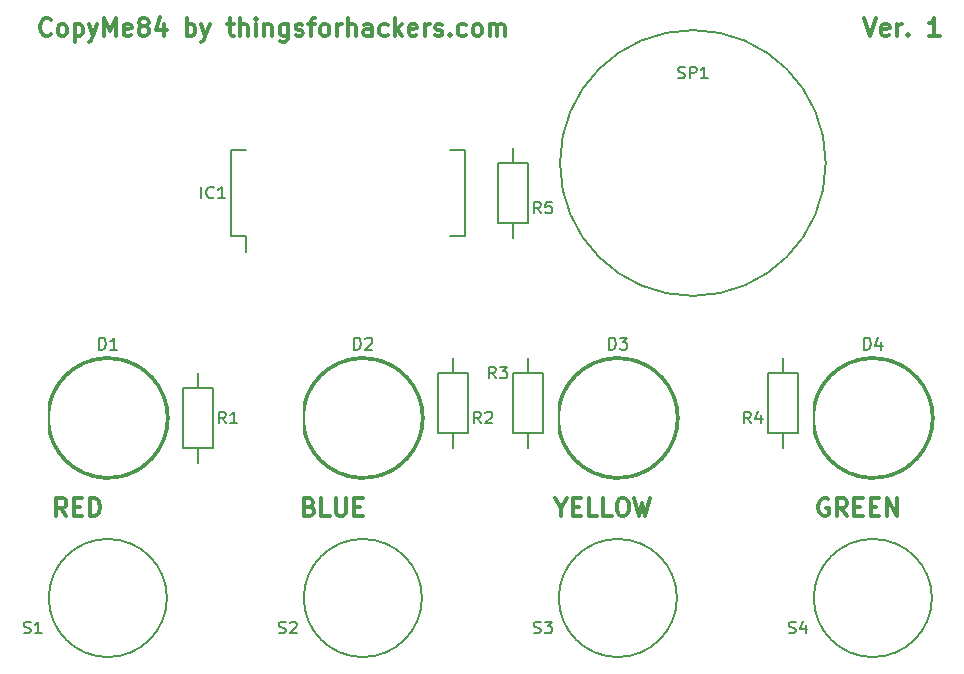
<source format=gbr>
G04 #@! TF.FileFunction,Legend,Top*
%FSLAX46Y46*%
G04 Gerber Fmt 4.6, Leading zero omitted, Abs format (unit mm)*
G04 Created by KiCad (PCBNEW 4.0.2-stable) date 12/05/2016 07:44:13*
%MOMM*%
G01*
G04 APERTURE LIST*
%ADD10C,0.100000*%
%ADD11C,0.300000*%
%ADD12C,0.150000*%
G04 APERTURE END LIST*
D10*
D11*
X174550001Y-77918571D02*
X175050001Y-79418571D01*
X175550001Y-77918571D01*
X176621429Y-79347143D02*
X176478572Y-79418571D01*
X176192858Y-79418571D01*
X176050001Y-79347143D01*
X175978572Y-79204286D01*
X175978572Y-78632857D01*
X176050001Y-78490000D01*
X176192858Y-78418571D01*
X176478572Y-78418571D01*
X176621429Y-78490000D01*
X176692858Y-78632857D01*
X176692858Y-78775714D01*
X175978572Y-78918571D01*
X177335715Y-79418571D02*
X177335715Y-78418571D01*
X177335715Y-78704286D02*
X177407143Y-78561429D01*
X177478572Y-78490000D01*
X177621429Y-78418571D01*
X177764286Y-78418571D01*
X178264286Y-79275714D02*
X178335714Y-79347143D01*
X178264286Y-79418571D01*
X178192857Y-79347143D01*
X178264286Y-79275714D01*
X178264286Y-79418571D01*
X180907143Y-79418571D02*
X180050000Y-79418571D01*
X180478572Y-79418571D02*
X180478572Y-77918571D01*
X180335715Y-78132857D01*
X180192857Y-78275714D01*
X180050000Y-78347143D01*
X171490000Y-118630000D02*
X171347143Y-118558571D01*
X171132857Y-118558571D01*
X170918572Y-118630000D01*
X170775714Y-118772857D01*
X170704286Y-118915714D01*
X170632857Y-119201429D01*
X170632857Y-119415714D01*
X170704286Y-119701429D01*
X170775714Y-119844286D01*
X170918572Y-119987143D01*
X171132857Y-120058571D01*
X171275714Y-120058571D01*
X171490000Y-119987143D01*
X171561429Y-119915714D01*
X171561429Y-119415714D01*
X171275714Y-119415714D01*
X173061429Y-120058571D02*
X172561429Y-119344286D01*
X172204286Y-120058571D02*
X172204286Y-118558571D01*
X172775714Y-118558571D01*
X172918572Y-118630000D01*
X172990000Y-118701429D01*
X173061429Y-118844286D01*
X173061429Y-119058571D01*
X172990000Y-119201429D01*
X172918572Y-119272857D01*
X172775714Y-119344286D01*
X172204286Y-119344286D01*
X173704286Y-119272857D02*
X174204286Y-119272857D01*
X174418572Y-120058571D02*
X173704286Y-120058571D01*
X173704286Y-118558571D01*
X174418572Y-118558571D01*
X175061429Y-119272857D02*
X175561429Y-119272857D01*
X175775715Y-120058571D02*
X175061429Y-120058571D01*
X175061429Y-118558571D01*
X175775715Y-118558571D01*
X176418572Y-120058571D02*
X176418572Y-118558571D01*
X177275715Y-120058571D01*
X177275715Y-118558571D01*
X148864285Y-119344286D02*
X148864285Y-120058571D01*
X148364285Y-118558571D02*
X148864285Y-119344286D01*
X149364285Y-118558571D01*
X149864285Y-119272857D02*
X150364285Y-119272857D01*
X150578571Y-120058571D02*
X149864285Y-120058571D01*
X149864285Y-118558571D01*
X150578571Y-118558571D01*
X151935714Y-120058571D02*
X151221428Y-120058571D01*
X151221428Y-118558571D01*
X153150000Y-120058571D02*
X152435714Y-120058571D01*
X152435714Y-118558571D01*
X153935714Y-118558571D02*
X154221428Y-118558571D01*
X154364286Y-118630000D01*
X154507143Y-118772857D01*
X154578571Y-119058571D01*
X154578571Y-119558571D01*
X154507143Y-119844286D01*
X154364286Y-119987143D01*
X154221428Y-120058571D01*
X153935714Y-120058571D01*
X153792857Y-119987143D01*
X153650000Y-119844286D01*
X153578571Y-119558571D01*
X153578571Y-119058571D01*
X153650000Y-118772857D01*
X153792857Y-118630000D01*
X153935714Y-118558571D01*
X155078572Y-118558571D02*
X155435715Y-120058571D01*
X155721429Y-118987143D01*
X156007143Y-120058571D01*
X156364286Y-118558571D01*
X127575714Y-119272857D02*
X127790000Y-119344286D01*
X127861428Y-119415714D01*
X127932857Y-119558571D01*
X127932857Y-119772857D01*
X127861428Y-119915714D01*
X127790000Y-119987143D01*
X127647142Y-120058571D01*
X127075714Y-120058571D01*
X127075714Y-118558571D01*
X127575714Y-118558571D01*
X127718571Y-118630000D01*
X127790000Y-118701429D01*
X127861428Y-118844286D01*
X127861428Y-118987143D01*
X127790000Y-119130000D01*
X127718571Y-119201429D01*
X127575714Y-119272857D01*
X127075714Y-119272857D01*
X129290000Y-120058571D02*
X128575714Y-120058571D01*
X128575714Y-118558571D01*
X129790000Y-118558571D02*
X129790000Y-119772857D01*
X129861428Y-119915714D01*
X129932857Y-119987143D01*
X130075714Y-120058571D01*
X130361428Y-120058571D01*
X130504286Y-119987143D01*
X130575714Y-119915714D01*
X130647143Y-119772857D01*
X130647143Y-118558571D01*
X131361429Y-119272857D02*
X131861429Y-119272857D01*
X132075715Y-120058571D02*
X131361429Y-120058571D01*
X131361429Y-118558571D01*
X132075715Y-118558571D01*
X106985715Y-120058571D02*
X106485715Y-119344286D01*
X106128572Y-120058571D02*
X106128572Y-118558571D01*
X106700000Y-118558571D01*
X106842858Y-118630000D01*
X106914286Y-118701429D01*
X106985715Y-118844286D01*
X106985715Y-119058571D01*
X106914286Y-119201429D01*
X106842858Y-119272857D01*
X106700000Y-119344286D01*
X106128572Y-119344286D01*
X107628572Y-119272857D02*
X108128572Y-119272857D01*
X108342858Y-120058571D02*
X107628572Y-120058571D01*
X107628572Y-118558571D01*
X108342858Y-118558571D01*
X108985715Y-120058571D02*
X108985715Y-118558571D01*
X109342858Y-118558571D01*
X109557143Y-118630000D01*
X109700001Y-118772857D01*
X109771429Y-118915714D01*
X109842858Y-119201429D01*
X109842858Y-119415714D01*
X109771429Y-119701429D01*
X109700001Y-119844286D01*
X109557143Y-119987143D01*
X109342858Y-120058571D01*
X108985715Y-120058571D01*
X105674286Y-79275714D02*
X105602857Y-79347143D01*
X105388571Y-79418571D01*
X105245714Y-79418571D01*
X105031429Y-79347143D01*
X104888571Y-79204286D01*
X104817143Y-79061429D01*
X104745714Y-78775714D01*
X104745714Y-78561429D01*
X104817143Y-78275714D01*
X104888571Y-78132857D01*
X105031429Y-77990000D01*
X105245714Y-77918571D01*
X105388571Y-77918571D01*
X105602857Y-77990000D01*
X105674286Y-78061429D01*
X106531429Y-79418571D02*
X106388571Y-79347143D01*
X106317143Y-79275714D01*
X106245714Y-79132857D01*
X106245714Y-78704286D01*
X106317143Y-78561429D01*
X106388571Y-78490000D01*
X106531429Y-78418571D01*
X106745714Y-78418571D01*
X106888571Y-78490000D01*
X106960000Y-78561429D01*
X107031429Y-78704286D01*
X107031429Y-79132857D01*
X106960000Y-79275714D01*
X106888571Y-79347143D01*
X106745714Y-79418571D01*
X106531429Y-79418571D01*
X107674286Y-78418571D02*
X107674286Y-79918571D01*
X107674286Y-78490000D02*
X107817143Y-78418571D01*
X108102857Y-78418571D01*
X108245714Y-78490000D01*
X108317143Y-78561429D01*
X108388572Y-78704286D01*
X108388572Y-79132857D01*
X108317143Y-79275714D01*
X108245714Y-79347143D01*
X108102857Y-79418571D01*
X107817143Y-79418571D01*
X107674286Y-79347143D01*
X108888572Y-78418571D02*
X109245715Y-79418571D01*
X109602857Y-78418571D02*
X109245715Y-79418571D01*
X109102857Y-79775714D01*
X109031429Y-79847143D01*
X108888572Y-79918571D01*
X110174286Y-79418571D02*
X110174286Y-77918571D01*
X110674286Y-78990000D01*
X111174286Y-77918571D01*
X111174286Y-79418571D01*
X112460000Y-79347143D02*
X112317143Y-79418571D01*
X112031429Y-79418571D01*
X111888572Y-79347143D01*
X111817143Y-79204286D01*
X111817143Y-78632857D01*
X111888572Y-78490000D01*
X112031429Y-78418571D01*
X112317143Y-78418571D01*
X112460000Y-78490000D01*
X112531429Y-78632857D01*
X112531429Y-78775714D01*
X111817143Y-78918571D01*
X113388572Y-78561429D02*
X113245714Y-78490000D01*
X113174286Y-78418571D01*
X113102857Y-78275714D01*
X113102857Y-78204286D01*
X113174286Y-78061429D01*
X113245714Y-77990000D01*
X113388572Y-77918571D01*
X113674286Y-77918571D01*
X113817143Y-77990000D01*
X113888572Y-78061429D01*
X113960000Y-78204286D01*
X113960000Y-78275714D01*
X113888572Y-78418571D01*
X113817143Y-78490000D01*
X113674286Y-78561429D01*
X113388572Y-78561429D01*
X113245714Y-78632857D01*
X113174286Y-78704286D01*
X113102857Y-78847143D01*
X113102857Y-79132857D01*
X113174286Y-79275714D01*
X113245714Y-79347143D01*
X113388572Y-79418571D01*
X113674286Y-79418571D01*
X113817143Y-79347143D01*
X113888572Y-79275714D01*
X113960000Y-79132857D01*
X113960000Y-78847143D01*
X113888572Y-78704286D01*
X113817143Y-78632857D01*
X113674286Y-78561429D01*
X115245714Y-78418571D02*
X115245714Y-79418571D01*
X114888571Y-77847143D02*
X114531428Y-78918571D01*
X115460000Y-78918571D01*
X117174285Y-79418571D02*
X117174285Y-77918571D01*
X117174285Y-78490000D02*
X117317142Y-78418571D01*
X117602856Y-78418571D01*
X117745713Y-78490000D01*
X117817142Y-78561429D01*
X117888571Y-78704286D01*
X117888571Y-79132857D01*
X117817142Y-79275714D01*
X117745713Y-79347143D01*
X117602856Y-79418571D01*
X117317142Y-79418571D01*
X117174285Y-79347143D01*
X118388571Y-78418571D02*
X118745714Y-79418571D01*
X119102856Y-78418571D02*
X118745714Y-79418571D01*
X118602856Y-79775714D01*
X118531428Y-79847143D01*
X118388571Y-79918571D01*
X120602856Y-78418571D02*
X121174285Y-78418571D01*
X120817142Y-77918571D02*
X120817142Y-79204286D01*
X120888570Y-79347143D01*
X121031428Y-79418571D01*
X121174285Y-79418571D01*
X121674285Y-79418571D02*
X121674285Y-77918571D01*
X122317142Y-79418571D02*
X122317142Y-78632857D01*
X122245713Y-78490000D01*
X122102856Y-78418571D01*
X121888571Y-78418571D01*
X121745713Y-78490000D01*
X121674285Y-78561429D01*
X123031428Y-79418571D02*
X123031428Y-78418571D01*
X123031428Y-77918571D02*
X122959999Y-77990000D01*
X123031428Y-78061429D01*
X123102856Y-77990000D01*
X123031428Y-77918571D01*
X123031428Y-78061429D01*
X123745714Y-78418571D02*
X123745714Y-79418571D01*
X123745714Y-78561429D02*
X123817142Y-78490000D01*
X123960000Y-78418571D01*
X124174285Y-78418571D01*
X124317142Y-78490000D01*
X124388571Y-78632857D01*
X124388571Y-79418571D01*
X125745714Y-78418571D02*
X125745714Y-79632857D01*
X125674285Y-79775714D01*
X125602857Y-79847143D01*
X125460000Y-79918571D01*
X125245714Y-79918571D01*
X125102857Y-79847143D01*
X125745714Y-79347143D02*
X125602857Y-79418571D01*
X125317143Y-79418571D01*
X125174285Y-79347143D01*
X125102857Y-79275714D01*
X125031428Y-79132857D01*
X125031428Y-78704286D01*
X125102857Y-78561429D01*
X125174285Y-78490000D01*
X125317143Y-78418571D01*
X125602857Y-78418571D01*
X125745714Y-78490000D01*
X126388571Y-79347143D02*
X126531428Y-79418571D01*
X126817143Y-79418571D01*
X126960000Y-79347143D01*
X127031428Y-79204286D01*
X127031428Y-79132857D01*
X126960000Y-78990000D01*
X126817143Y-78918571D01*
X126602857Y-78918571D01*
X126460000Y-78847143D01*
X126388571Y-78704286D01*
X126388571Y-78632857D01*
X126460000Y-78490000D01*
X126602857Y-78418571D01*
X126817143Y-78418571D01*
X126960000Y-78490000D01*
X127460000Y-78418571D02*
X128031429Y-78418571D01*
X127674286Y-79418571D02*
X127674286Y-78132857D01*
X127745714Y-77990000D01*
X127888572Y-77918571D01*
X128031429Y-77918571D01*
X128745715Y-79418571D02*
X128602857Y-79347143D01*
X128531429Y-79275714D01*
X128460000Y-79132857D01*
X128460000Y-78704286D01*
X128531429Y-78561429D01*
X128602857Y-78490000D01*
X128745715Y-78418571D01*
X128960000Y-78418571D01*
X129102857Y-78490000D01*
X129174286Y-78561429D01*
X129245715Y-78704286D01*
X129245715Y-79132857D01*
X129174286Y-79275714D01*
X129102857Y-79347143D01*
X128960000Y-79418571D01*
X128745715Y-79418571D01*
X129888572Y-79418571D02*
X129888572Y-78418571D01*
X129888572Y-78704286D02*
X129960000Y-78561429D01*
X130031429Y-78490000D01*
X130174286Y-78418571D01*
X130317143Y-78418571D01*
X130817143Y-79418571D02*
X130817143Y-77918571D01*
X131460000Y-79418571D02*
X131460000Y-78632857D01*
X131388571Y-78490000D01*
X131245714Y-78418571D01*
X131031429Y-78418571D01*
X130888571Y-78490000D01*
X130817143Y-78561429D01*
X132817143Y-79418571D02*
X132817143Y-78632857D01*
X132745714Y-78490000D01*
X132602857Y-78418571D01*
X132317143Y-78418571D01*
X132174286Y-78490000D01*
X132817143Y-79347143D02*
X132674286Y-79418571D01*
X132317143Y-79418571D01*
X132174286Y-79347143D01*
X132102857Y-79204286D01*
X132102857Y-79061429D01*
X132174286Y-78918571D01*
X132317143Y-78847143D01*
X132674286Y-78847143D01*
X132817143Y-78775714D01*
X134174286Y-79347143D02*
X134031429Y-79418571D01*
X133745715Y-79418571D01*
X133602857Y-79347143D01*
X133531429Y-79275714D01*
X133460000Y-79132857D01*
X133460000Y-78704286D01*
X133531429Y-78561429D01*
X133602857Y-78490000D01*
X133745715Y-78418571D01*
X134031429Y-78418571D01*
X134174286Y-78490000D01*
X134817143Y-79418571D02*
X134817143Y-77918571D01*
X134960000Y-78847143D02*
X135388571Y-79418571D01*
X135388571Y-78418571D02*
X134817143Y-78990000D01*
X136602857Y-79347143D02*
X136460000Y-79418571D01*
X136174286Y-79418571D01*
X136031429Y-79347143D01*
X135960000Y-79204286D01*
X135960000Y-78632857D01*
X136031429Y-78490000D01*
X136174286Y-78418571D01*
X136460000Y-78418571D01*
X136602857Y-78490000D01*
X136674286Y-78632857D01*
X136674286Y-78775714D01*
X135960000Y-78918571D01*
X137317143Y-79418571D02*
X137317143Y-78418571D01*
X137317143Y-78704286D02*
X137388571Y-78561429D01*
X137460000Y-78490000D01*
X137602857Y-78418571D01*
X137745714Y-78418571D01*
X138174285Y-79347143D02*
X138317142Y-79418571D01*
X138602857Y-79418571D01*
X138745714Y-79347143D01*
X138817142Y-79204286D01*
X138817142Y-79132857D01*
X138745714Y-78990000D01*
X138602857Y-78918571D01*
X138388571Y-78918571D01*
X138245714Y-78847143D01*
X138174285Y-78704286D01*
X138174285Y-78632857D01*
X138245714Y-78490000D01*
X138388571Y-78418571D01*
X138602857Y-78418571D01*
X138745714Y-78490000D01*
X139460000Y-79275714D02*
X139531428Y-79347143D01*
X139460000Y-79418571D01*
X139388571Y-79347143D01*
X139460000Y-79275714D01*
X139460000Y-79418571D01*
X140817143Y-79347143D02*
X140674286Y-79418571D01*
X140388572Y-79418571D01*
X140245714Y-79347143D01*
X140174286Y-79275714D01*
X140102857Y-79132857D01*
X140102857Y-78704286D01*
X140174286Y-78561429D01*
X140245714Y-78490000D01*
X140388572Y-78418571D01*
X140674286Y-78418571D01*
X140817143Y-78490000D01*
X141674286Y-79418571D02*
X141531428Y-79347143D01*
X141460000Y-79275714D01*
X141388571Y-79132857D01*
X141388571Y-78704286D01*
X141460000Y-78561429D01*
X141531428Y-78490000D01*
X141674286Y-78418571D01*
X141888571Y-78418571D01*
X142031428Y-78490000D01*
X142102857Y-78561429D01*
X142174286Y-78704286D01*
X142174286Y-79132857D01*
X142102857Y-79275714D01*
X142031428Y-79347143D01*
X141888571Y-79418571D01*
X141674286Y-79418571D01*
X142817143Y-79418571D02*
X142817143Y-78418571D01*
X142817143Y-78561429D02*
X142888571Y-78490000D01*
X143031429Y-78418571D01*
X143245714Y-78418571D01*
X143388571Y-78490000D01*
X143460000Y-78632857D01*
X143460000Y-79418571D01*
X143460000Y-78632857D02*
X143531429Y-78490000D01*
X143674286Y-78418571D01*
X143888571Y-78418571D01*
X144031429Y-78490000D01*
X144102857Y-78632857D01*
X144102857Y-79418571D01*
D12*
X105490000Y-110530000D02*
X105490000Y-112990000D01*
X105493439Y-113003899D02*
G75*
G03X105490000Y-110530000I4996561J1243899D01*
G01*
X115490000Y-111760000D02*
G75*
G03X115490000Y-111760000I-5000000J0D01*
G01*
X127080000Y-110530000D02*
X127080000Y-112990000D01*
X127083439Y-113003899D02*
G75*
G03X127080000Y-110530000I4996561J1243899D01*
G01*
X137080000Y-111760000D02*
G75*
G03X137080000Y-111760000I-5000000J0D01*
G01*
X148670000Y-110530000D02*
X148670000Y-112990000D01*
X148673439Y-113003899D02*
G75*
G03X148670000Y-110530000I4996561J1243899D01*
G01*
X158670000Y-111760000D02*
G75*
G03X158670000Y-111760000I-5000000J0D01*
G01*
X170260000Y-110530000D02*
X170260000Y-112990000D01*
X170263439Y-113003899D02*
G75*
G03X170260000Y-110530000I4996561J1243899D01*
G01*
X180260000Y-111760000D02*
G75*
G03X180260000Y-111760000I-5000000J0D01*
G01*
X120895000Y-96385000D02*
X122165000Y-96385000D01*
X120895000Y-89035000D02*
X122165000Y-89035000D01*
X140725000Y-89035000D02*
X139455000Y-89035000D01*
X140725000Y-96385000D02*
X139455000Y-96385000D01*
X120895000Y-96385000D02*
X120895000Y-89035000D01*
X140725000Y-96385000D02*
X140725000Y-89035000D01*
X122165000Y-96385000D02*
X122165000Y-97670000D01*
X119380000Y-109220000D02*
X119380000Y-114300000D01*
X119380000Y-114300000D02*
X116840000Y-114300000D01*
X116840000Y-114300000D02*
X116840000Y-109220000D01*
X116840000Y-109220000D02*
X119380000Y-109220000D01*
X118110000Y-109220000D02*
X118110000Y-107950000D01*
X118110000Y-114300000D02*
X118110000Y-115570000D01*
X140970000Y-107950000D02*
X140970000Y-113030000D01*
X140970000Y-113030000D02*
X138430000Y-113030000D01*
X138430000Y-113030000D02*
X138430000Y-107950000D01*
X138430000Y-107950000D02*
X140970000Y-107950000D01*
X139700000Y-107950000D02*
X139700000Y-106680000D01*
X139700000Y-113030000D02*
X139700000Y-114300000D01*
X147320000Y-107950000D02*
X147320000Y-113030000D01*
X147320000Y-113030000D02*
X144780000Y-113030000D01*
X144780000Y-113030000D02*
X144780000Y-107950000D01*
X144780000Y-107950000D02*
X147320000Y-107950000D01*
X146050000Y-107950000D02*
X146050000Y-106680000D01*
X146050000Y-113030000D02*
X146050000Y-114300000D01*
X168910000Y-107950000D02*
X168910000Y-113030000D01*
X168910000Y-113030000D02*
X166370000Y-113030000D01*
X166370000Y-113030000D02*
X166370000Y-107950000D01*
X166370000Y-107950000D02*
X168910000Y-107950000D01*
X167640000Y-107950000D02*
X167640000Y-106680000D01*
X167640000Y-113030000D02*
X167640000Y-114300000D01*
X143510000Y-95250000D02*
X143510000Y-90170000D01*
X143510000Y-90170000D02*
X146050000Y-90170000D01*
X146050000Y-90170000D02*
X146050000Y-95250000D01*
X146050000Y-95250000D02*
X143510000Y-95250000D01*
X144780000Y-95250000D02*
X144780000Y-96520000D01*
X144780000Y-90170000D02*
X144780000Y-88900000D01*
X115490000Y-127000000D02*
G75*
G03X115490000Y-127000000I-5000000J0D01*
G01*
X137080000Y-127000000D02*
G75*
G03X137080000Y-127000000I-5000000J0D01*
G01*
X158670000Y-127000000D02*
G75*
G03X158670000Y-127000000I-5000000J0D01*
G01*
X180260000Y-127000000D02*
G75*
G03X180260000Y-127000000I-5000000J0D01*
G01*
X171270000Y-90170000D02*
G75*
G03X171270000Y-90170000I-11250000J0D01*
G01*
X109751905Y-105962381D02*
X109751905Y-104962381D01*
X109990000Y-104962381D01*
X110132858Y-105010000D01*
X110228096Y-105105238D01*
X110275715Y-105200476D01*
X110323334Y-105390952D01*
X110323334Y-105533810D01*
X110275715Y-105724286D01*
X110228096Y-105819524D01*
X110132858Y-105914762D01*
X109990000Y-105962381D01*
X109751905Y-105962381D01*
X111275715Y-105962381D02*
X110704286Y-105962381D01*
X110990000Y-105962381D02*
X110990000Y-104962381D01*
X110894762Y-105105238D01*
X110799524Y-105200476D01*
X110704286Y-105248095D01*
X131341905Y-105962381D02*
X131341905Y-104962381D01*
X131580000Y-104962381D01*
X131722858Y-105010000D01*
X131818096Y-105105238D01*
X131865715Y-105200476D01*
X131913334Y-105390952D01*
X131913334Y-105533810D01*
X131865715Y-105724286D01*
X131818096Y-105819524D01*
X131722858Y-105914762D01*
X131580000Y-105962381D01*
X131341905Y-105962381D01*
X132294286Y-105057619D02*
X132341905Y-105010000D01*
X132437143Y-104962381D01*
X132675239Y-104962381D01*
X132770477Y-105010000D01*
X132818096Y-105057619D01*
X132865715Y-105152857D01*
X132865715Y-105248095D01*
X132818096Y-105390952D01*
X132246667Y-105962381D01*
X132865715Y-105962381D01*
X152931905Y-105962381D02*
X152931905Y-104962381D01*
X153170000Y-104962381D01*
X153312858Y-105010000D01*
X153408096Y-105105238D01*
X153455715Y-105200476D01*
X153503334Y-105390952D01*
X153503334Y-105533810D01*
X153455715Y-105724286D01*
X153408096Y-105819524D01*
X153312858Y-105914762D01*
X153170000Y-105962381D01*
X152931905Y-105962381D01*
X153836667Y-104962381D02*
X154455715Y-104962381D01*
X154122381Y-105343333D01*
X154265239Y-105343333D01*
X154360477Y-105390952D01*
X154408096Y-105438571D01*
X154455715Y-105533810D01*
X154455715Y-105771905D01*
X154408096Y-105867143D01*
X154360477Y-105914762D01*
X154265239Y-105962381D01*
X153979524Y-105962381D01*
X153884286Y-105914762D01*
X153836667Y-105867143D01*
X174521905Y-105962381D02*
X174521905Y-104962381D01*
X174760000Y-104962381D01*
X174902858Y-105010000D01*
X174998096Y-105105238D01*
X175045715Y-105200476D01*
X175093334Y-105390952D01*
X175093334Y-105533810D01*
X175045715Y-105724286D01*
X174998096Y-105819524D01*
X174902858Y-105914762D01*
X174760000Y-105962381D01*
X174521905Y-105962381D01*
X175950477Y-105295714D02*
X175950477Y-105962381D01*
X175712381Y-104914762D02*
X175474286Y-105629048D01*
X176093334Y-105629048D01*
X118403810Y-93162381D02*
X118403810Y-92162381D01*
X119451429Y-93067143D02*
X119403810Y-93114762D01*
X119260953Y-93162381D01*
X119165715Y-93162381D01*
X119022857Y-93114762D01*
X118927619Y-93019524D01*
X118880000Y-92924286D01*
X118832381Y-92733810D01*
X118832381Y-92590952D01*
X118880000Y-92400476D01*
X118927619Y-92305238D01*
X119022857Y-92210000D01*
X119165715Y-92162381D01*
X119260953Y-92162381D01*
X119403810Y-92210000D01*
X119451429Y-92257619D01*
X120403810Y-93162381D02*
X119832381Y-93162381D01*
X120118095Y-93162381D02*
X120118095Y-92162381D01*
X120022857Y-92305238D01*
X119927619Y-92400476D01*
X119832381Y-92448095D01*
X120483334Y-112212381D02*
X120150000Y-111736190D01*
X119911905Y-112212381D02*
X119911905Y-111212381D01*
X120292858Y-111212381D01*
X120388096Y-111260000D01*
X120435715Y-111307619D01*
X120483334Y-111402857D01*
X120483334Y-111545714D01*
X120435715Y-111640952D01*
X120388096Y-111688571D01*
X120292858Y-111736190D01*
X119911905Y-111736190D01*
X121435715Y-112212381D02*
X120864286Y-112212381D01*
X121150000Y-112212381D02*
X121150000Y-111212381D01*
X121054762Y-111355238D01*
X120959524Y-111450476D01*
X120864286Y-111498095D01*
X142073334Y-112212381D02*
X141740000Y-111736190D01*
X141501905Y-112212381D02*
X141501905Y-111212381D01*
X141882858Y-111212381D01*
X141978096Y-111260000D01*
X142025715Y-111307619D01*
X142073334Y-111402857D01*
X142073334Y-111545714D01*
X142025715Y-111640952D01*
X141978096Y-111688571D01*
X141882858Y-111736190D01*
X141501905Y-111736190D01*
X142454286Y-111307619D02*
X142501905Y-111260000D01*
X142597143Y-111212381D01*
X142835239Y-111212381D01*
X142930477Y-111260000D01*
X142978096Y-111307619D01*
X143025715Y-111402857D01*
X143025715Y-111498095D01*
X142978096Y-111640952D01*
X142406667Y-112212381D01*
X143025715Y-112212381D01*
X143343334Y-108402381D02*
X143010000Y-107926190D01*
X142771905Y-108402381D02*
X142771905Y-107402381D01*
X143152858Y-107402381D01*
X143248096Y-107450000D01*
X143295715Y-107497619D01*
X143343334Y-107592857D01*
X143343334Y-107735714D01*
X143295715Y-107830952D01*
X143248096Y-107878571D01*
X143152858Y-107926190D01*
X142771905Y-107926190D01*
X143676667Y-107402381D02*
X144295715Y-107402381D01*
X143962381Y-107783333D01*
X144105239Y-107783333D01*
X144200477Y-107830952D01*
X144248096Y-107878571D01*
X144295715Y-107973810D01*
X144295715Y-108211905D01*
X144248096Y-108307143D01*
X144200477Y-108354762D01*
X144105239Y-108402381D01*
X143819524Y-108402381D01*
X143724286Y-108354762D01*
X143676667Y-108307143D01*
X164933334Y-112212381D02*
X164600000Y-111736190D01*
X164361905Y-112212381D02*
X164361905Y-111212381D01*
X164742858Y-111212381D01*
X164838096Y-111260000D01*
X164885715Y-111307619D01*
X164933334Y-111402857D01*
X164933334Y-111545714D01*
X164885715Y-111640952D01*
X164838096Y-111688571D01*
X164742858Y-111736190D01*
X164361905Y-111736190D01*
X165790477Y-111545714D02*
X165790477Y-112212381D01*
X165552381Y-111164762D02*
X165314286Y-111879048D01*
X165933334Y-111879048D01*
X147153334Y-94432381D02*
X146820000Y-93956190D01*
X146581905Y-94432381D02*
X146581905Y-93432381D01*
X146962858Y-93432381D01*
X147058096Y-93480000D01*
X147105715Y-93527619D01*
X147153334Y-93622857D01*
X147153334Y-93765714D01*
X147105715Y-93860952D01*
X147058096Y-93908571D01*
X146962858Y-93956190D01*
X146581905Y-93956190D01*
X148058096Y-93432381D02*
X147581905Y-93432381D01*
X147534286Y-93908571D01*
X147581905Y-93860952D01*
X147677143Y-93813333D01*
X147915239Y-93813333D01*
X148010477Y-93860952D01*
X148058096Y-93908571D01*
X148105715Y-94003810D01*
X148105715Y-94241905D01*
X148058096Y-94337143D01*
X148010477Y-94384762D01*
X147915239Y-94432381D01*
X147677143Y-94432381D01*
X147581905Y-94384762D01*
X147534286Y-94337143D01*
X103378095Y-129944762D02*
X103520952Y-129992381D01*
X103759048Y-129992381D01*
X103854286Y-129944762D01*
X103901905Y-129897143D01*
X103949524Y-129801905D01*
X103949524Y-129706667D01*
X103901905Y-129611429D01*
X103854286Y-129563810D01*
X103759048Y-129516190D01*
X103568571Y-129468571D01*
X103473333Y-129420952D01*
X103425714Y-129373333D01*
X103378095Y-129278095D01*
X103378095Y-129182857D01*
X103425714Y-129087619D01*
X103473333Y-129040000D01*
X103568571Y-128992381D01*
X103806667Y-128992381D01*
X103949524Y-129040000D01*
X104901905Y-129992381D02*
X104330476Y-129992381D01*
X104616190Y-129992381D02*
X104616190Y-128992381D01*
X104520952Y-129135238D01*
X104425714Y-129230476D01*
X104330476Y-129278095D01*
X124968095Y-129944762D02*
X125110952Y-129992381D01*
X125349048Y-129992381D01*
X125444286Y-129944762D01*
X125491905Y-129897143D01*
X125539524Y-129801905D01*
X125539524Y-129706667D01*
X125491905Y-129611429D01*
X125444286Y-129563810D01*
X125349048Y-129516190D01*
X125158571Y-129468571D01*
X125063333Y-129420952D01*
X125015714Y-129373333D01*
X124968095Y-129278095D01*
X124968095Y-129182857D01*
X125015714Y-129087619D01*
X125063333Y-129040000D01*
X125158571Y-128992381D01*
X125396667Y-128992381D01*
X125539524Y-129040000D01*
X125920476Y-129087619D02*
X125968095Y-129040000D01*
X126063333Y-128992381D01*
X126301429Y-128992381D01*
X126396667Y-129040000D01*
X126444286Y-129087619D01*
X126491905Y-129182857D01*
X126491905Y-129278095D01*
X126444286Y-129420952D01*
X125872857Y-129992381D01*
X126491905Y-129992381D01*
X146558095Y-129944762D02*
X146700952Y-129992381D01*
X146939048Y-129992381D01*
X147034286Y-129944762D01*
X147081905Y-129897143D01*
X147129524Y-129801905D01*
X147129524Y-129706667D01*
X147081905Y-129611429D01*
X147034286Y-129563810D01*
X146939048Y-129516190D01*
X146748571Y-129468571D01*
X146653333Y-129420952D01*
X146605714Y-129373333D01*
X146558095Y-129278095D01*
X146558095Y-129182857D01*
X146605714Y-129087619D01*
X146653333Y-129040000D01*
X146748571Y-128992381D01*
X146986667Y-128992381D01*
X147129524Y-129040000D01*
X147462857Y-128992381D02*
X148081905Y-128992381D01*
X147748571Y-129373333D01*
X147891429Y-129373333D01*
X147986667Y-129420952D01*
X148034286Y-129468571D01*
X148081905Y-129563810D01*
X148081905Y-129801905D01*
X148034286Y-129897143D01*
X147986667Y-129944762D01*
X147891429Y-129992381D01*
X147605714Y-129992381D01*
X147510476Y-129944762D01*
X147462857Y-129897143D01*
X168148095Y-129944762D02*
X168290952Y-129992381D01*
X168529048Y-129992381D01*
X168624286Y-129944762D01*
X168671905Y-129897143D01*
X168719524Y-129801905D01*
X168719524Y-129706667D01*
X168671905Y-129611429D01*
X168624286Y-129563810D01*
X168529048Y-129516190D01*
X168338571Y-129468571D01*
X168243333Y-129420952D01*
X168195714Y-129373333D01*
X168148095Y-129278095D01*
X168148095Y-129182857D01*
X168195714Y-129087619D01*
X168243333Y-129040000D01*
X168338571Y-128992381D01*
X168576667Y-128992381D01*
X168719524Y-129040000D01*
X169576667Y-129325714D02*
X169576667Y-129992381D01*
X169338571Y-128944762D02*
X169100476Y-129659048D01*
X169719524Y-129659048D01*
X158758095Y-82954762D02*
X158900952Y-83002381D01*
X159139048Y-83002381D01*
X159234286Y-82954762D01*
X159281905Y-82907143D01*
X159329524Y-82811905D01*
X159329524Y-82716667D01*
X159281905Y-82621429D01*
X159234286Y-82573810D01*
X159139048Y-82526190D01*
X158948571Y-82478571D01*
X158853333Y-82430952D01*
X158805714Y-82383333D01*
X158758095Y-82288095D01*
X158758095Y-82192857D01*
X158805714Y-82097619D01*
X158853333Y-82050000D01*
X158948571Y-82002381D01*
X159186667Y-82002381D01*
X159329524Y-82050000D01*
X159758095Y-83002381D02*
X159758095Y-82002381D01*
X160139048Y-82002381D01*
X160234286Y-82050000D01*
X160281905Y-82097619D01*
X160329524Y-82192857D01*
X160329524Y-82335714D01*
X160281905Y-82430952D01*
X160234286Y-82478571D01*
X160139048Y-82526190D01*
X159758095Y-82526190D01*
X161281905Y-83002381D02*
X160710476Y-83002381D01*
X160996190Y-83002381D02*
X160996190Y-82002381D01*
X160900952Y-82145238D01*
X160805714Y-82240476D01*
X160710476Y-82288095D01*
M02*

</source>
